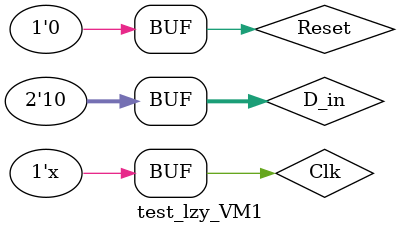
<source format=v>
`timescale 10ns/1ns
module test_lzy_74HC165;
    reg PL, CE, CP, Ds;
    reg [0:7]D;
    wire Q7, Qn7;
lzy_74HC165 u0(PL, CE, CP, Ds, D, Q7, Qn7);
    always #5 CP=~CP;
    initial
    begin
    D = $random; CP = 1;
    #10 PL = 0;
    #10 PL = 1; CE = 0; Ds = 0;
    repeat(10) begin
    #10 PL = 1; CE = 0; Ds = 0;
    end
    #10 PL = 1; CE = 1;
    end
endmodule

`timescale 1ns/1ns
module test_lzy_VM1;
    reg Clk,Reset;
    reg[1:0] D_in;
    wire D_out;
    wire D_C;
    parameter DELY=32;
lzy_VM u0(.Clk(Clk),.Reset(Reset),.D_in(D_in),.D_out(D_out),.D_C(D_C));
    always#(DELY/2) Clk=~Clk;
    initial begin
    Clk=0;
    Reset=0;
    #5 Reset=1;
    #20 Reset=0;
    end
    initial
  begin
    D_in=0;
    #25 D_in=2'b01;
    #25 D_in=2'b00;
    #25 D_in=2'b11;
    #25 D_in=2'b00;
    #75 D_in=2'b10;
    #25 D_in=2'b00;
    #125 D_in=2'b10;
    #25 D_in=2'b00;
    #100 D_in=2'b01;
    #25 D_in=2'b00;
    #50 D_in=2'b01;
    #25 D_in=2'b00;
    #25 D_in=2'b10;
end

endmodule
     
</source>
